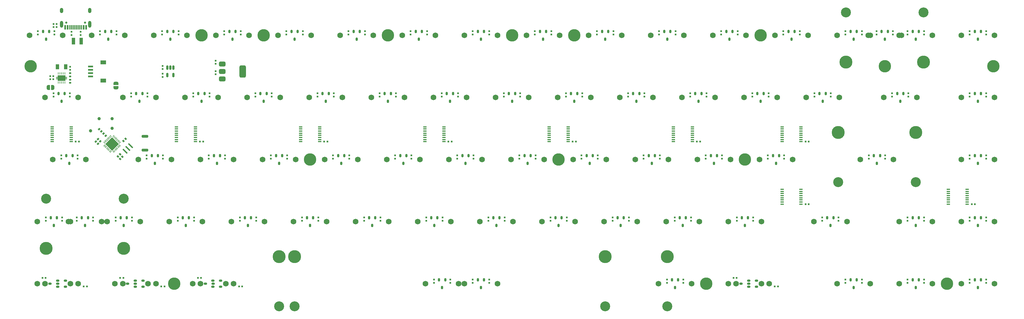
<source format=gbr>
%TF.GenerationSoftware,KiCad,Pcbnew,8.0.6*%
%TF.CreationDate,2024-11-20T11:04:22+07:00*%
%TF.ProjectId,Heart HE 65,48656172-7420-4484-9520-36352e6b6963,rev?*%
%TF.SameCoordinates,Original*%
%TF.FileFunction,Soldermask,Bot*%
%TF.FilePolarity,Negative*%
%FSLAX46Y46*%
G04 Gerber Fmt 4.6, Leading zero omitted, Abs format (unit mm)*
G04 Created by KiCad (PCBNEW 8.0.6) date 2024-11-20 11:04:22*
%MOMM*%
%LPD*%
G01*
G04 APERTURE LIST*
G04 Aperture macros list*
%AMRoundRect*
0 Rectangle with rounded corners*
0 $1 Rounding radius*
0 $2 $3 $4 $5 $6 $7 $8 $9 X,Y pos of 4 corners*
0 Add a 4 corners polygon primitive as box body*
4,1,4,$2,$3,$4,$5,$6,$7,$8,$9,$2,$3,0*
0 Add four circle primitives for the rounded corners*
1,1,$1+$1,$2,$3*
1,1,$1+$1,$4,$5*
1,1,$1+$1,$6,$7*
1,1,$1+$1,$8,$9*
0 Add four rect primitives between the rounded corners*
20,1,$1+$1,$2,$3,$4,$5,0*
20,1,$1+$1,$4,$5,$6,$7,0*
20,1,$1+$1,$6,$7,$8,$9,0*
20,1,$1+$1,$8,$9,$2,$3,0*%
%AMRotRect*
0 Rectangle, with rotation*
0 The origin of the aperture is its center*
0 $1 length*
0 $2 width*
0 $3 Rotation angle, in degrees counterclockwise*
0 Add horizontal line*
21,1,$1,$2,0,0,$3*%
%AMFreePoly0*
4,1,21,-0.125000,1.200000,0.125000,1.200000,0.125000,1.700000,0.375000,1.700000,0.375000,1.200000,0.825000,1.200000,0.825000,-1.200000,0.375000,-1.200000,0.375000,-1.700000,0.125000,-1.700000,0.125000,-1.200000,-0.125000,-1.200000,-0.125000,-1.700000,-0.375000,-1.700000,-0.375000,-1.200000,-0.825000,-1.200000,-0.825000,1.200000,-0.375000,1.200000,-0.375000,1.700000,-0.125000,1.700000,
-0.125000,1.200000,-0.125000,1.200000,$1*%
%AMFreePoly1*
4,1,19,0.500000,-0.750000,0.000000,-0.750000,0.000000,-0.744911,-0.071157,-0.744911,-0.207708,-0.704816,-0.327430,-0.627875,-0.420627,-0.520320,-0.479746,-0.390866,-0.500000,-0.250000,-0.500000,0.250000,-0.479746,0.390866,-0.420627,0.520320,-0.327430,0.627875,-0.207708,0.704816,-0.071157,0.744911,0.000000,0.744911,0.000000,0.750000,0.500000,0.750000,0.500000,-0.750000,0.500000,-0.750000,
$1*%
%AMFreePoly2*
4,1,19,0.000000,0.744911,0.071157,0.744911,0.207708,0.704816,0.327430,0.627875,0.420627,0.520320,0.479746,0.390866,0.500000,0.250000,0.500000,-0.250000,0.479746,-0.390866,0.420627,-0.520320,0.327430,-0.627875,0.207708,-0.704816,0.071157,-0.744911,0.000000,-0.744911,0.000000,-0.750000,-0.500000,-0.750000,-0.500000,0.750000,0.000000,0.750000,0.000000,0.744911,0.000000,0.744911,
$1*%
G04 Aperture macros list end*
%ADD10C,3.800000*%
%ADD11R,0.620000X0.560000*%
%ADD12RoundRect,0.200000X-0.800000X0.200000X-0.800000X-0.200000X0.800000X-0.200000X0.800000X0.200000X0*%
%ADD13RotRect,0.560000X0.620000X225.000000*%
%ADD14C,1.750000*%
%ADD15RoundRect,0.150000X-0.150000X0.350000X-0.150000X-0.350000X0.150000X-0.350000X0.150000X0.350000X0*%
%ADD16R,1.000000X0.400000*%
%ADD17RoundRect,0.375000X-0.625000X-0.375000X0.625000X-0.375000X0.625000X0.375000X-0.625000X0.375000X0*%
%ADD18RoundRect,0.500000X-0.500000X-1.400000X0.500000X-1.400000X0.500000X1.400000X-0.500000X1.400000X0*%
%ADD19C,1.000000*%
%ADD20R,0.560000X0.620000*%
%ADD21RotRect,0.400000X1.900000X225.000000*%
%ADD22RoundRect,0.150000X0.350000X0.150000X-0.350000X0.150000X-0.350000X-0.150000X0.350000X-0.150000X0*%
%ADD23C,3.987800*%
%ADD24C,3.048000*%
%ADD25RoundRect,0.050000X0.247487X-0.176777X-0.176777X0.247487X-0.247487X0.176777X0.176777X-0.247487X0*%
%ADD26RoundRect,0.050000X0.247487X0.176777X0.176777X0.247487X-0.247487X-0.176777X-0.176777X-0.247487X0*%
%ADD27RotRect,2.900000X2.900000X135.000000*%
%ADD28RotRect,0.560000X0.620000X315.000000*%
%ADD29RoundRect,0.060000X-0.060000X0.240000X-0.060000X-0.240000X0.060000X-0.240000X0.060000X0.240000X0*%
%ADD30FreePoly0,270.000000*%
%ADD31R,1.800000X1.200000*%
%ADD32R,1.550000X0.600000*%
%ADD33RotRect,0.560000X0.620000X135.000000*%
%ADD34R,1.000000X1.500000*%
%ADD35C,0.650000*%
%ADD36R,0.600000X1.450000*%
%ADD37R,0.300000X1.450000*%
%ADD38O,1.000000X1.600000*%
%ADD39O,1.000000X2.100000*%
%ADD40RoundRect,0.150000X-0.150000X0.512500X-0.150000X-0.512500X0.150000X-0.512500X0.150000X0.512500X0*%
%ADD41RoundRect,0.135000X-0.185000X0.135000X-0.185000X-0.135000X0.185000X-0.135000X0.185000X0.135000X0*%
%ADD42RoundRect,0.140000X0.170000X-0.140000X0.170000X0.140000X-0.170000X0.140000X-0.170000X-0.140000X0*%
%ADD43FreePoly1,270.000000*%
%ADD44FreePoly2,270.000000*%
%ADD45FreePoly1,0.000000*%
%ADD46FreePoly2,0.000000*%
%ADD47R,1.140000X2.030000*%
G04 APERTURE END LIST*
D10*
%TO.C,H11*%
X219075000Y0D03*
%TD*%
%TO.C,H13*%
X214312500Y-38100000D03*
%TD*%
%TO.C,H16*%
X290512500Y-9525000D03*
%TD*%
%TO.C,H14*%
X39290625Y-76200000D03*
%TD*%
%TO.C,H10*%
X161925000Y0D03*
%TD*%
%TO.C,H4*%
X80962500Y-38100000D03*
%TD*%
%TO.C,H18*%
X257175000Y-9525000D03*
%TD*%
%TO.C,H12*%
X-4762500Y-9525000D03*
%TD*%
%TO.C,H8*%
X142875000Y0D03*
%TD*%
%TO.C,H17*%
X276225000Y-76200000D03*
%TD*%
%TO.C,H9*%
X104775000Y0D03*
%TD*%
%TO.C,H15*%
X202406250Y-76200000D03*
%TD*%
%TO.C,H5*%
X66675000Y0D03*
%TD*%
%TO.C,H3*%
X47625000Y0D03*
%TD*%
%TO.C,H7*%
X157162500Y-38100000D03*
%TD*%
D11*
%TO.C,C33*%
X35600000Y270000D03*
X35600000Y1230000D03*
%TD*%
%TO.C,C73*%
X159662500Y-56880000D03*
X159662500Y-55920000D03*
%TD*%
%TO.C,C160*%
X264200000Y-75930000D03*
X264200000Y-74970000D03*
%TD*%
D12*
%TO.C,SW1*%
X30300000Y-31000000D03*
X30300000Y-35200000D03*
%TD*%
D11*
%TO.C,C60*%
X150137500Y-37830000D03*
X150137500Y-36870000D03*
%TD*%
D13*
%TO.C,C13*%
X22701357Y-36533623D03*
X22022535Y-37212445D03*
%TD*%
D14*
%TO.C,U25*%
X47942499Y-57150000D03*
X37782501Y-57150000D03*
D15*
X41912500Y-55995000D03*
X42862500Y-58345000D03*
X43812500Y-55995000D03*
%TD*%
D11*
%TO.C,C22*%
X21550000Y270000D03*
X21550000Y1230000D03*
%TD*%
D14*
%TO.C,U23*%
X52704999Y-19050000D03*
X42545001Y-19050000D03*
D15*
X46675000Y-17895000D03*
X47625000Y-20245000D03*
X48575000Y-17895000D03*
%TD*%
D16*
%TO.C,U56*%
X192362500Y-32635938D03*
X192362500Y-31985938D03*
X192362500Y-31335938D03*
X192362500Y-30685938D03*
X192362500Y-30035938D03*
X192362500Y-29385938D03*
X192362500Y-28735938D03*
X192362500Y-28085938D03*
X198162500Y-28085938D03*
X198162500Y-28735938D03*
X198162500Y-29385938D03*
X198162500Y-30035938D03*
X198162500Y-30685938D03*
X198162500Y-31335938D03*
X198162500Y-31985938D03*
X198162500Y-32635938D03*
%TD*%
D11*
%TO.C,C125*%
X126087500Y-37830000D03*
X126087500Y-36870000D03*
%TD*%
%TO.C,C23*%
X31075000Y-18780000D03*
X31075000Y-17820000D03*
%TD*%
D17*
%TO.C,U63*%
X54000000Y-13384344D03*
X54000000Y-11084344D03*
D18*
X60300000Y-11084344D03*
D17*
X54000000Y-8784344D03*
%TD*%
D19*
%TO.C,TP3*%
X13600000Y-29334344D03*
%TD*%
D11*
%TO.C,C18*%
X9643750Y-37830000D03*
X9643750Y-36870000D03*
%TD*%
%TO.C,C123*%
X164187500Y-37830000D03*
X164187500Y-36870000D03*
%TD*%
%TO.C,C17*%
X7262500Y-18780000D03*
X7262500Y-17820000D03*
%TD*%
D14*
%TO.C,U30*%
X76517499Y-38100000D03*
X66357501Y-38100000D03*
D15*
X70487500Y-36945000D03*
X71437500Y-39295000D03*
X72387500Y-36945000D03*
%TD*%
D11*
%TO.C,C105*%
X178475000Y-18780000D03*
X178475000Y-17820000D03*
%TD*%
%TO.C,C99*%
X121325000Y-18780000D03*
X121325000Y-17820000D03*
%TD*%
%TO.C,R3*%
X10550000Y115344D03*
X10550000Y1075344D03*
%TD*%
%TO.C,C122*%
X49887500Y-37830000D03*
X49887500Y-36870000D03*
%TD*%
%TO.C,C71*%
X183475000Y-18780000D03*
X183475000Y-17820000D03*
%TD*%
D20*
%TO.C,C3*%
X284838750Y-51785938D03*
X283878750Y-51785938D03*
%TD*%
D21*
%TO.C,Y1*%
X25897479Y-33903186D03*
X25048951Y-34751714D03*
X24200423Y-35600242D03*
%TD*%
D14*
%TO.C,U66*%
X190817499Y-38100000D03*
X180657501Y-38100000D03*
D15*
X184787500Y-36945000D03*
X185737500Y-39295000D03*
X186687500Y-36945000D03*
%TD*%
D11*
%TO.C,C44*%
X92750000Y270000D03*
X92750000Y1230000D03*
%TD*%
%TO.C,C19*%
X4881250Y-56880000D03*
X4881250Y-55920000D03*
%TD*%
D20*
%TO.C,C5*%
X124342500Y-32635938D03*
X123382500Y-32635938D03*
%TD*%
D14*
%TO.C,U75*%
X7461250Y-57150000D03*
X-2698750Y-57150000D03*
D15*
X1431250Y-55995000D03*
X2381250Y-58345000D03*
X3331250Y-55995000D03*
%TD*%
D11*
%TO.C,C24*%
X35837500Y-37830000D03*
X35837500Y-36870000D03*
%TD*%
D14*
%TO.C,U72*%
X209867499Y-38100000D03*
X199707501Y-38100000D03*
D15*
X203837500Y-36945000D03*
X204787500Y-39295000D03*
X205737500Y-36945000D03*
%TD*%
D11*
%TO.C,C117*%
X2262500Y-18780000D03*
X2262500Y-17820000D03*
%TD*%
%TO.C,C30*%
X54887500Y-37830000D03*
X54887500Y-36870000D03*
%TD*%
D14*
%TO.C,U79*%
X219392499Y-57150000D03*
X209232501Y-57150000D03*
D15*
X213362500Y-55995000D03*
X214312500Y-58345000D03*
X215262500Y-55995000D03*
%TD*%
D11*
%TO.C,C128*%
X68937500Y-37830000D03*
X68937500Y-36870000D03*
%TD*%
%TO.C,C56*%
X254675000Y270000D03*
X254675000Y1230000D03*
%TD*%
D16*
%TO.C,U45*%
X116162500Y-32635938D03*
X116162500Y-31985938D03*
X116162500Y-31335938D03*
X116162500Y-30685938D03*
X116162500Y-30035938D03*
X116162500Y-29385938D03*
X116162500Y-28735938D03*
X116162500Y-28085938D03*
X121962500Y-28085938D03*
X121962500Y-28735938D03*
X121962500Y-29385938D03*
X121962500Y-30035938D03*
X121962500Y-30685938D03*
X121962500Y-31335938D03*
X121962500Y-31985938D03*
X121962500Y-32635938D03*
%TD*%
D11*
%TO.C,C35*%
X69175000Y-18780000D03*
X69175000Y-17820000D03*
%TD*%
%TO.C,C36*%
X73937500Y-37830000D03*
X73937500Y-36870000D03*
%TD*%
D14*
%TO.C,U55*%
X143192499Y-57150000D03*
X133032501Y-57150000D03*
D15*
X137162500Y-55995000D03*
X138112500Y-58345000D03*
X139062500Y-55995000D03*
%TD*%
D11*
%TO.C,C58*%
X135850000Y270000D03*
X135850000Y1230000D03*
%TD*%
D14*
%TO.C,U82*%
X233679999Y0D03*
X223520001Y0D03*
D15*
X227650000Y1155000D03*
X228600000Y-1195000D03*
X229550000Y1155000D03*
%TD*%
D11*
%TO.C,C173*%
X269200000Y-75930000D03*
X269200000Y-74970000D03*
%TD*%
D14*
%TO.C,U77*%
X224154999Y-19050000D03*
X213995001Y-19050000D03*
D15*
X218125000Y-17895000D03*
X219075000Y-20245000D03*
X220025000Y-17895000D03*
%TD*%
D11*
%TO.C,C75*%
X245150000Y270000D03*
X245150000Y1230000D03*
%TD*%
D20*
%TO.C,C171*%
X60117500Y-77050000D03*
X59157500Y-77050000D03*
%TD*%
D11*
%TO.C,C129*%
X87987500Y-37830000D03*
X87987500Y-36870000D03*
%TD*%
D20*
%TO.C,C176*%
X224423750Y-77050000D03*
X223463750Y-77050000D03*
%TD*%
D11*
%TO.C,C127*%
X30837500Y-37830000D03*
X30837500Y-36870000D03*
%TD*%
D14*
%TO.C,U58*%
X157479999Y0D03*
X147320001Y0D03*
D15*
X151450000Y1155000D03*
X152400000Y-1195000D03*
X153350000Y1155000D03*
%TD*%
D14*
%TO.C,U31*%
X66992499Y-57150000D03*
X56832501Y-57150000D03*
D15*
X60962500Y-55995000D03*
X61912500Y-58345000D03*
X62862500Y-55995000D03*
%TD*%
D14*
%TO.C,U89*%
X267017500Y-19050000D03*
X256857500Y-19050000D03*
D15*
X260987500Y-17895000D03*
X261937500Y-20245000D03*
X262887500Y-17895000D03*
%TD*%
D14*
%TO.C,U92*%
X252729999Y-76200000D03*
X242570001Y-76200000D03*
D15*
X246700000Y-75045000D03*
X247650000Y-77395000D03*
X248600000Y-75045000D03*
%TD*%
D14*
%TO.C,U37*%
X86042499Y-57150000D03*
X75882501Y-57150000D03*
D15*
X80012500Y-55995000D03*
X80962500Y-58345000D03*
X81912500Y-55995000D03*
%TD*%
D14*
%TO.C,U18*%
X38417499Y-38100000D03*
X28257501Y-38100000D03*
D15*
X32387500Y-36945000D03*
X33337500Y-39295000D03*
X34287500Y-36945000D03*
%TD*%
D11*
%TO.C,C66*%
X169187500Y-37830000D03*
X169187500Y-36870000D03*
%TD*%
%TO.C,C141*%
X59412500Y-56880000D03*
X59412500Y-55920000D03*
%TD*%
D14*
%TO.C,U65*%
X186054999Y-19050000D03*
X175895001Y-19050000D03*
D15*
X180025000Y-17895000D03*
X180975000Y-20245000D03*
X181925000Y-17895000D03*
%TD*%
D11*
%TO.C,C72*%
X188237500Y-37830000D03*
X188237500Y-36870000D03*
%TD*%
%TO.C,C41*%
X88225000Y-18780000D03*
X88225000Y-17820000D03*
%TD*%
%TO.C,C95*%
X264437500Y-18780000D03*
X264437500Y-17820000D03*
%TD*%
D14*
%TO.C,U10*%
X5079999Y0D03*
X-5079999Y0D03*
D15*
X-950000Y1155000D03*
X0Y-1195000D03*
X950000Y1155000D03*
%TD*%
D11*
%TO.C,C34*%
X59650000Y270000D03*
X59650000Y1230000D03*
%TD*%
D20*
%TO.C,C155*%
X86242500Y-32635938D03*
X85282500Y-32635938D03*
%TD*%
%TO.C,C151*%
X233880000Y-32635938D03*
X232920000Y-32635938D03*
%TD*%
D14*
%TO.C,U26*%
X55086250Y-76200000D03*
X44926250Y-76200000D03*
D22*
X51161250Y-75250000D03*
X48811250Y-76200000D03*
X51161250Y-77150000D03*
%TD*%
D14*
%TO.C,U12*%
X12223750Y-38100000D03*
X2063750Y-38100000D03*
D15*
X6193750Y-36945000D03*
X7143750Y-39295000D03*
X8093750Y-36945000D03*
%TD*%
D11*
%TO.C,C28*%
X40600000Y270000D03*
X40600000Y1230000D03*
%TD*%
D14*
%TO.C,U83*%
X243204999Y-19050000D03*
X233045001Y-19050000D03*
D15*
X237175000Y-17895000D03*
X238125000Y-20245000D03*
X239075000Y-17895000D03*
%TD*%
D11*
%TO.C,C140*%
X135612500Y-56880000D03*
X135612500Y-55920000D03*
%TD*%
D14*
%TO.C,U101*%
X290829999Y-19050000D03*
X280670001Y-19050000D03*
D15*
X284800000Y-17895000D03*
X285750000Y-20245000D03*
X286700000Y-17895000D03*
%TD*%
D23*
%TO.C,U33*%
X23812500Y-65405000D03*
D24*
X23812500Y-50165000D03*
D14*
X16986250Y-57150000D03*
X6826250Y-57150000D03*
D23*
X0Y-65405000D03*
D24*
X0Y-50165000D03*
D15*
X10956250Y-55995000D03*
X11906250Y-58345000D03*
X12856250Y-55995000D03*
%TD*%
D11*
%TO.C,C96*%
X102275000Y-18780000D03*
X102275000Y-17820000D03*
%TD*%
D25*
%TO.C,U27*%
X22644788Y-33761764D03*
X22361945Y-34044607D03*
X22079103Y-34327449D03*
X21796260Y-34610292D03*
X21513417Y-34893135D03*
X21230574Y-35175978D03*
X20947732Y-35458820D03*
X20664889Y-35741663D03*
D26*
X19816361Y-35741663D03*
X19533518Y-35458820D03*
X19250676Y-35175978D03*
X18967833Y-34893135D03*
X18684990Y-34610292D03*
X18402147Y-34327449D03*
X18119305Y-34044607D03*
X17836462Y-33761764D03*
D25*
X17836462Y-32913236D03*
X18119305Y-32630393D03*
X18402147Y-32347551D03*
X18684990Y-32064708D03*
X18967833Y-31781865D03*
X19250676Y-31499022D03*
X19533518Y-31216180D03*
X19816361Y-30933337D03*
D26*
X20664889Y-30933337D03*
X20947732Y-31216180D03*
X21230574Y-31499022D03*
X21513417Y-31781865D03*
X21796260Y-32064708D03*
X22079103Y-32347551D03*
X22361945Y-32630393D03*
X22644788Y-32913236D03*
D27*
X20240625Y-33337500D03*
%TD*%
D11*
%TO.C,C43*%
X64412500Y-56880000D03*
X64412500Y-55920000D03*
%TD*%
D20*
%TO.C,C2*%
X10042500Y-32635938D03*
X9082500Y-32635938D03*
%TD*%
D11*
%TO.C,C184*%
X288250000Y-18780000D03*
X288250000Y-17820000D03*
%TD*%
%TO.C,C93*%
X26075000Y-18780000D03*
X26075000Y-17820000D03*
%TD*%
%TO.C,C130*%
X4643750Y-37830000D03*
X4643750Y-36870000D03*
%TD*%
D20*
%TO.C,C14*%
X1282500Y-13496875D03*
X2242500Y-13496875D03*
%TD*%
D11*
%TO.C,C89*%
X240625000Y-18780000D03*
X240625000Y-17820000D03*
%TD*%
D14*
%TO.C,U104*%
X290829999Y-76200000D03*
X280670001Y-76200000D03*
D15*
X284800000Y-75045000D03*
X285750000Y-77395000D03*
X286700000Y-75045000D03*
%TD*%
D11*
%TO.C,C177*%
X135850000Y-75930000D03*
X135850000Y-74970000D03*
%TD*%
%TO.C,C63*%
X149900000Y270000D03*
X149900000Y1230000D03*
%TD*%
%TO.C,C88*%
X231100000Y270000D03*
X231100000Y1230000D03*
%TD*%
D16*
%TO.C,U51*%
X154262500Y-32635938D03*
X154262500Y-31985938D03*
X154262500Y-31335938D03*
X154262500Y-30685938D03*
X154262500Y-30035938D03*
X154262500Y-29385938D03*
X154262500Y-28735938D03*
X154262500Y-28085938D03*
X160062500Y-28085938D03*
X160062500Y-28735938D03*
X160062500Y-29385938D03*
X160062500Y-30035938D03*
X160062500Y-30685938D03*
X160062500Y-31335938D03*
X160062500Y-31985938D03*
X160062500Y-32635938D03*
%TD*%
D14*
%TO.C,U17*%
X33654999Y-19050000D03*
X23495001Y-19050000D03*
D15*
X27625000Y-17895000D03*
X28575000Y-20245000D03*
X29525000Y-17895000D03*
%TD*%
D20*
%TO.C,C4*%
X233880000Y-51785938D03*
X232920000Y-51785938D03*
%TD*%
D11*
%TO.C,C37*%
X45362500Y-56880000D03*
X45362500Y-55920000D03*
%TD*%
D19*
%TO.C,TP4*%
X20240625Y-28537500D03*
%TD*%
D14*
%TO.C,U102*%
X290829999Y-38100000D03*
X280670001Y-38100000D03*
D15*
X284800000Y-36945000D03*
X285750000Y-39295000D03*
X286700000Y-36945000D03*
%TD*%
D11*
%TO.C,C137*%
X192762500Y-56880000D03*
X192762500Y-55920000D03*
%TD*%
%TO.C,C168*%
X14406250Y-56880000D03*
X14406250Y-55920000D03*
%TD*%
D23*
%TO.C,U3*%
X269081250Y-8255000D03*
D24*
X269081250Y6985000D03*
D14*
X262255000Y0D03*
X252095000Y0D03*
D23*
X245268750Y-8255000D03*
D24*
X245268750Y6985000D03*
D15*
X256225000Y1155000D03*
X257175000Y-1195000D03*
X258125000Y1155000D03*
%TD*%
D11*
%TO.C,C113*%
X252293750Y-37830000D03*
X252293750Y-36870000D03*
%TD*%
D28*
%TO.C,C10*%
X17638473Y-30169662D03*
X18317295Y-30848484D03*
%TD*%
D16*
%TO.C,U62*%
X225700000Y-32635938D03*
X225700000Y-31985938D03*
X225700000Y-31335938D03*
X225700000Y-30685938D03*
X225700000Y-30035938D03*
X225700000Y-29385938D03*
X225700000Y-28735938D03*
X225700000Y-28085938D03*
X231500000Y-28085938D03*
X231500000Y-28735938D03*
X231500000Y-29385938D03*
X231500000Y-30035938D03*
X231500000Y-30685938D03*
X231500000Y-31335938D03*
X231500000Y-31985938D03*
X231500000Y-32635938D03*
%TD*%
D11*
%TO.C,C52*%
X116800000Y270000D03*
X116800000Y1230000D03*
%TD*%
%TO.C,C51*%
X-2500000Y270000D03*
X-2500000Y1230000D03*
%TD*%
%TO.C,C85*%
X197762500Y-56880000D03*
X197762500Y-55920000D03*
%TD*%
%TO.C,C31*%
X26312500Y-56880000D03*
X26312500Y-55920000D03*
%TD*%
%TO.C,C124*%
X145137500Y-37830000D03*
X145137500Y-36870000D03*
%TD*%
%TO.C,C118*%
X283250000Y-37830000D03*
X283250000Y-36870000D03*
%TD*%
D14*
%TO.C,U34*%
X81279999Y0D03*
X71120001Y0D03*
D15*
X75250000Y1155000D03*
X76200000Y-1195000D03*
X77150000Y1155000D03*
%TD*%
D14*
%TO.C,U35*%
X90804999Y-19050000D03*
X80645001Y-19050000D03*
D15*
X84775000Y-17895000D03*
X85725000Y-20245000D03*
X86675000Y-17895000D03*
%TD*%
D11*
%TO.C,C53*%
X126325000Y-18780000D03*
X126325000Y-17820000D03*
%TD*%
%TO.C,C80*%
X226100000Y270000D03*
X226100000Y1230000D03*
%TD*%
%TO.C,C107*%
X243006250Y-56880000D03*
X243006250Y-55920000D03*
%TD*%
%TO.C,C139*%
X154662500Y-56880000D03*
X154662500Y-55920000D03*
%TD*%
D20*
%TO.C,C6*%
X48142500Y-32635938D03*
X47182500Y-32635938D03*
%TD*%
D11*
%TO.C,C7*%
X7362500Y-9616875D03*
X7362500Y-10576875D03*
%TD*%
%TO.C,C143*%
X97512500Y-56880000D03*
X97512500Y-55920000D03*
%TD*%
%TO.C,C111*%
X197525000Y-18780000D03*
X197525000Y-17820000D03*
%TD*%
D14*
%TO.C,U6*%
X57467500Y-76200000D03*
X47307500Y-76200000D03*
D22*
X53542500Y-75250000D03*
X51192500Y-76200000D03*
X53542500Y-77150000D03*
%TD*%
D11*
%TO.C,C76*%
X193000000Y270000D03*
X193000000Y1230000D03*
%TD*%
D29*
%TO.C,U85*%
X3762500Y-11696875D03*
X4262500Y-11696875D03*
X4762500Y-11696875D03*
X5262500Y-11696875D03*
X5762500Y-11696875D03*
X5762500Y-14496875D03*
X5262500Y-14496875D03*
X4762500Y-14496875D03*
X4262500Y-14496875D03*
X3762500Y-14496875D03*
D30*
X4762500Y-13096875D03*
%TD*%
D20*
%TO.C,C169*%
X12492500Y-77050000D03*
X11532500Y-77050000D03*
%TD*%
D11*
%TO.C,C45*%
X111800000Y270000D03*
X111800000Y1230000D03*
%TD*%
%TO.C,C67*%
X140612500Y-56880000D03*
X140612500Y-55920000D03*
%TD*%
%TO.C,C109*%
X288250000Y-56880000D03*
X288250000Y-55920000D03*
%TD*%
%TO.C,C133*%
X40362500Y-56880000D03*
X40362500Y-55920000D03*
%TD*%
D16*
%TO.C,U74*%
X276658750Y-51785938D03*
X276658750Y-51135938D03*
X276658750Y-50485938D03*
X276658750Y-49835938D03*
X276658750Y-49185938D03*
X276658750Y-48535938D03*
X276658750Y-47885938D03*
X276658750Y-47235938D03*
X282458750Y-47235938D03*
X282458750Y-47885938D03*
X282458750Y-48535938D03*
X282458750Y-49185938D03*
X282458750Y-49835938D03*
X282458750Y-50485938D03*
X282458750Y-51135938D03*
X282458750Y-51785938D03*
%TD*%
D11*
%TO.C,C29*%
X50125000Y-18780000D03*
X50125000Y-17820000D03*
%TD*%
D14*
%TO.C,U36*%
X95567499Y-38100000D03*
X85407501Y-38100000D03*
D15*
X89537500Y-36945000D03*
X90487500Y-39295000D03*
X91437500Y-36945000D03*
%TD*%
D14*
%TO.C,U70*%
X195579999Y0D03*
X185420001Y0D03*
D15*
X189550000Y1155000D03*
X190500000Y-1195000D03*
X191450000Y1155000D03*
%TD*%
D14*
%TO.C,U8*%
X219392500Y-76200000D03*
X209232500Y-76200000D03*
D22*
X215467500Y-75250000D03*
X213117500Y-76200000D03*
X215467500Y-77150000D03*
%TD*%
D11*
%TO.C,C86*%
X283250000Y270000D03*
X283250000Y1230000D03*
%TD*%
D14*
%TO.C,U43*%
X105092499Y-57150000D03*
X94932501Y-57150000D03*
D15*
X99062500Y-55995000D03*
X100012500Y-58345000D03*
X100962500Y-55995000D03*
%TD*%
D14*
%TO.C,U15*%
X197961250Y-76200000D03*
X187801250Y-76200000D03*
D15*
X191931250Y-75045000D03*
X192881250Y-77395000D03*
X193831250Y-75045000D03*
%TD*%
D11*
%TO.C,R2*%
X7799999Y115344D03*
X7799999Y1075344D03*
%TD*%
%TO.C,C79*%
X178712500Y-56880000D03*
X178712500Y-55920000D03*
%TD*%
D14*
%TO.C,U103*%
X290829999Y-57150000D03*
X280670001Y-57150000D03*
D15*
X284800000Y-55995000D03*
X285750000Y-58345000D03*
X286700000Y-55995000D03*
%TD*%
D14*
%TO.C,U52*%
X138429999Y0D03*
X128270001Y0D03*
D15*
X132400000Y1155000D03*
X133350000Y-1195000D03*
X134300000Y1155000D03*
%TD*%
D14*
%TO.C,U97*%
X271779999Y-57150000D03*
X261620001Y-57150000D03*
D15*
X265750000Y-55995000D03*
X266700000Y-58345000D03*
X267650000Y-55995000D03*
%TD*%
D14*
%TO.C,U22*%
X43179999Y0D03*
X33020001Y0D03*
D15*
X37150000Y1155000D03*
X38100000Y-1195000D03*
X39050000Y1155000D03*
%TD*%
D11*
%TO.C,C97*%
X216812500Y-56880000D03*
X216812500Y-55920000D03*
%TD*%
D14*
%TO.C,U5*%
X33655000Y-76200000D03*
X23495000Y-76200000D03*
D22*
X29730000Y-75250000D03*
X27380000Y-76200000D03*
X29730000Y-77150000D03*
%TD*%
D14*
%TO.C,U67*%
X181292499Y-57150000D03*
X171132501Y-57150000D03*
D15*
X175262500Y-55995000D03*
X176212500Y-58345000D03*
X177162500Y-55995000D03*
%TD*%
D11*
%TO.C,C126*%
X107037500Y-37830000D03*
X107037500Y-36870000D03*
%TD*%
D14*
%TO.C,U54*%
X152717499Y-38100000D03*
X142557501Y-38100000D03*
D15*
X146687500Y-36945000D03*
X147637500Y-39295000D03*
X148587500Y-36945000D03*
%TD*%
D14*
%TO.C,U53*%
X147954999Y-19050000D03*
X137795001Y-19050000D03*
D15*
X141925000Y-17895000D03*
X142875000Y-20245000D03*
X143825000Y-17895000D03*
%TD*%
D11*
%TO.C,C64*%
X154900000Y270000D03*
X154900000Y1230000D03*
%TD*%
D14*
%TO.C,U29*%
X71754999Y-19050000D03*
X61595001Y-19050000D03*
D15*
X65725000Y-17895000D03*
X66675000Y-20245000D03*
X67625000Y-17895000D03*
%TD*%
D11*
%TO.C,C49*%
X83462500Y-56880000D03*
X83462500Y-55920000D03*
%TD*%
%TO.C,C82*%
X212050000Y270000D03*
X212050000Y1230000D03*
%TD*%
%TO.C,C138*%
X173712500Y-56880000D03*
X173712500Y-55920000D03*
%TD*%
D31*
%TO.C,J2*%
X17513610Y-8284344D03*
X17513610Y-13884344D03*
D32*
X13638610Y-9584344D03*
X13638611Y-10584344D03*
X13638611Y-11584344D03*
X13638610Y-12584344D03*
%TD*%
D14*
%TO.C,U14*%
X7461250Y-76200000D03*
X-2698750Y-76200000D03*
D22*
X3536250Y-75250000D03*
X1186250Y-76200000D03*
X3536250Y-77150000D03*
%TD*%
D11*
%TO.C,C55*%
X102512500Y-56880000D03*
X102512500Y-55920000D03*
%TD*%
%TO.C,C116*%
X283250000Y-18780000D03*
X283250000Y-17820000D03*
%TD*%
%TO.C,C38*%
X54650000Y270000D03*
X54650000Y1230000D03*
%TD*%
D14*
%TO.C,U40*%
X100329999Y0D03*
X90170001Y0D03*
D15*
X94300000Y1155000D03*
X95250000Y-1195000D03*
X96200000Y1155000D03*
%TD*%
D20*
%TO.C,C158*%
X210832500Y-74450000D03*
X211792500Y-74450000D03*
%TD*%
D33*
%TO.C,R35*%
X16620238Y-32545540D03*
X15941416Y-31866718D03*
%TD*%
D11*
%TO.C,C46*%
X97750000Y270000D03*
X97750000Y1230000D03*
%TD*%
%TO.C,C69*%
X188000000Y270000D03*
X188000000Y1230000D03*
%TD*%
D20*
%TO.C,C149*%
X46526250Y-74450000D03*
X47486250Y-74450000D03*
%TD*%
%TO.C,C1*%
X3230000Y2499999D03*
X2270000Y2499999D03*
%TD*%
D11*
%TO.C,C74*%
X207050000Y270000D03*
X207050000Y1230000D03*
%TD*%
D16*
%TO.C,U2*%
X1862500Y-32635938D03*
X1862500Y-31985938D03*
X1862500Y-31335938D03*
X1862500Y-30685938D03*
X1862500Y-30035938D03*
X1862500Y-29385938D03*
X1862500Y-28735938D03*
X1862500Y-28085938D03*
X7662500Y-28085938D03*
X7662500Y-28735938D03*
X7662500Y-29385938D03*
X7662500Y-30035938D03*
X7662500Y-30685938D03*
X7662500Y-31335938D03*
X7662500Y-31985938D03*
X7662500Y-32635938D03*
%TD*%
D11*
%TO.C,C163*%
X130850000Y-75930000D03*
X130850000Y-74970000D03*
%TD*%
%TO.C,C32*%
X35700000Y-11804344D03*
X35700000Y-12764344D03*
%TD*%
D14*
%TO.C,U47*%
X128904999Y-19050000D03*
X118745001Y-19050000D03*
D15*
X122875000Y-17895000D03*
X123825000Y-20245000D03*
X124775000Y-17895000D03*
%TD*%
D11*
%TO.C,C112*%
X216575000Y-18780000D03*
X216575000Y-17820000D03*
%TD*%
%TO.C,C68*%
X168950000Y270000D03*
X168950000Y1230000D03*
%TD*%
%TO.C,C27*%
X16550000Y270000D03*
X16550000Y1230000D03*
%TD*%
D20*
%TO.C,R1*%
X3230000Y3499999D03*
X2270000Y3499999D03*
%TD*%
D14*
%TO.C,U71*%
X205104999Y-19050000D03*
X194945001Y-19050000D03*
D15*
X199075000Y-17895000D03*
X200025000Y-20245000D03*
X200975000Y-17895000D03*
%TD*%
D11*
%TO.C,C94*%
X250150000Y270000D03*
X250150000Y1230000D03*
%TD*%
%TO.C,C15*%
X259675000Y270000D03*
X259675000Y1230000D03*
%TD*%
D34*
%TO.C,L1*%
X6012500Y-9696875D03*
X3512500Y-9696875D03*
%TD*%
D11*
%TO.C,C142*%
X78462500Y-56880000D03*
X78462500Y-55920000D03*
%TD*%
D20*
%TO.C,C20*%
X1282500Y-12496875D03*
X2242500Y-12496875D03*
%TD*%
D14*
%TO.C,U80*%
X28892499Y-57150000D03*
X18732501Y-57150000D03*
D15*
X22862500Y-55995000D03*
X23812500Y-58345000D03*
X24762500Y-55995000D03*
%TD*%
D35*
%TO.C,USB1*%
X6160000Y3931000D03*
X11940000Y3931000D03*
D36*
X5825000Y2486000D03*
X6600000Y2486000D03*
D37*
X7300000Y2486000D03*
X7800000Y2486000D03*
X8300000Y2486000D03*
X8800000Y2486000D03*
X9300000Y2486000D03*
X9800000Y2486000D03*
X10300000Y2486000D03*
X10800000Y2486000D03*
D36*
X11500000Y2486000D03*
X12275000Y2486000D03*
D38*
X4730000Y7581000D03*
D39*
X4730000Y3401000D03*
D38*
X13370000Y7581000D03*
D39*
X13370000Y3401000D03*
%TD*%
D11*
%TO.C,C90*%
X257293750Y-37830000D03*
X257293750Y-36870000D03*
%TD*%
%TO.C,C114*%
X235625000Y-18780000D03*
X235625000Y-17820000D03*
%TD*%
D14*
%TO.C,U100*%
X290829999Y0D03*
X280670001Y0D03*
D15*
X284800000Y1155000D03*
X285750000Y-1195000D03*
X286700000Y1155000D03*
%TD*%
D40*
%TO.C,U19*%
X37150000Y-9946844D03*
X38100000Y-9946844D03*
X39050000Y-9946844D03*
X39050000Y-12221844D03*
X37150000Y-12221844D03*
%TD*%
D14*
%TO.C,U28*%
X62229999Y0D03*
X52070001Y0D03*
D15*
X56200000Y1155000D03*
X57150000Y-1195000D03*
X58100000Y1155000D03*
%TD*%
D11*
%TO.C,C172*%
X250150000Y-75930000D03*
X250150000Y-74970000D03*
%TD*%
%TO.C,C92*%
X83225000Y-18780000D03*
X83225000Y-17820000D03*
%TD*%
%TO.C,C101*%
X140375000Y-18780000D03*
X140375000Y-17820000D03*
%TD*%
D14*
%TO.C,U94*%
X271779999Y0D03*
X261620001Y0D03*
D15*
X265750000Y1155000D03*
X266700000Y-1195000D03*
X267650000Y1155000D03*
%TD*%
D14*
%TO.C,U42*%
X114617499Y-38100000D03*
X104457501Y-38100000D03*
D15*
X108587500Y-36945000D03*
X109537500Y-39295000D03*
X110487500Y-36945000D03*
%TD*%
D11*
%TO.C,C59*%
X145375000Y-18780000D03*
X145375000Y-17820000D03*
%TD*%
D16*
%TO.C,U38*%
X78062500Y-32635938D03*
X78062500Y-31985938D03*
X78062500Y-31335938D03*
X78062500Y-30685938D03*
X78062500Y-30035938D03*
X78062500Y-29385938D03*
X78062500Y-28735938D03*
X78062500Y-28085938D03*
X83862500Y-28085938D03*
X83862500Y-28735938D03*
X83862500Y-29385938D03*
X83862500Y-30035938D03*
X83862500Y-30685938D03*
X83862500Y-31335938D03*
X83862500Y-31985938D03*
X83862500Y-32635938D03*
%TD*%
D14*
%TO.C,U4*%
X9842500Y-76200000D03*
X-317500Y-76200000D03*
D22*
X5917500Y-75250000D03*
X3567500Y-76200000D03*
X5917500Y-77150000D03*
%TD*%
D14*
%TO.C,U91*%
X245586250Y-57150000D03*
X235426250Y-57150000D03*
D15*
X239556250Y-55995000D03*
X240506250Y-58345000D03*
X241456250Y-55995000D03*
%TD*%
D14*
%TO.C,U11*%
X9842500Y-19050000D03*
X-317500Y-19050000D03*
D15*
X3812500Y-17895000D03*
X4762500Y-20245000D03*
X5712500Y-17895000D03*
%TD*%
D11*
%TO.C,C40*%
X78700000Y270000D03*
X78700000Y1230000D03*
%TD*%
%TO.C,C132*%
X-118750Y-56880000D03*
X-118750Y-55920000D03*
%TD*%
D19*
%TO.C,TP1*%
X16240625Y-25537500D03*
%TD*%
D11*
%TO.C,C108*%
X269200000Y-56880000D03*
X269200000Y-55920000D03*
%TD*%
%TO.C,C78*%
X207287500Y-37830000D03*
X207287500Y-36870000D03*
%TD*%
%TO.C,C100*%
X269200000Y270000D03*
X269200000Y1230000D03*
%TD*%
%TO.C,C144*%
X116562500Y-56880000D03*
X116562500Y-55920000D03*
%TD*%
D16*
%TO.C,U32*%
X39962500Y-32635938D03*
X39962500Y-31985938D03*
X39962500Y-31335938D03*
X39962500Y-30685938D03*
X39962500Y-30035938D03*
X39962500Y-29385938D03*
X39962500Y-28735938D03*
X39962500Y-28085938D03*
X45762500Y-28085938D03*
X45762500Y-28735938D03*
X45762500Y-29385938D03*
X45762500Y-30035938D03*
X45762500Y-30685938D03*
X45762500Y-31335938D03*
X45762500Y-31985938D03*
X45762500Y-32635938D03*
%TD*%
D14*
%TO.C,U73*%
X200342499Y-57150000D03*
X190182501Y-57150000D03*
D15*
X194312500Y-55995000D03*
X195262500Y-58345000D03*
X196212500Y-55995000D03*
%TD*%
D23*
%TO.C,U84*%
X266700001Y-29845000D03*
D24*
X266700000Y-45085000D03*
D14*
X259873749Y-38100000D03*
X249713751Y-38100000D03*
D24*
X242887500Y-45085000D03*
D23*
X242887499Y-29845000D03*
D15*
X253843750Y-36945000D03*
X254793750Y-39295000D03*
X255743750Y-36945000D03*
%TD*%
D14*
%TO.C,U41*%
X109854999Y-19050000D03*
X99695001Y-19050000D03*
D15*
X103825000Y-17895000D03*
X104775000Y-20245000D03*
X105725000Y-17895000D03*
%TD*%
D14*
%TO.C,U48*%
X133667499Y-38100000D03*
X123507501Y-38100000D03*
D15*
X127637500Y-36945000D03*
X128587500Y-39295000D03*
X129537500Y-36945000D03*
%TD*%
D11*
%TO.C,C57*%
X130850000Y270000D03*
X130850000Y1230000D03*
%TD*%
%TO.C,C65*%
X164425000Y-18780000D03*
X164425000Y-17820000D03*
%TD*%
D14*
%TO.C,U60*%
X171767499Y-38100000D03*
X161607501Y-38100000D03*
D15*
X165737500Y-36945000D03*
X166687500Y-39295000D03*
X167637500Y-36945000D03*
%TD*%
D20*
%TO.C,C147*%
X-1098750Y-74450000D03*
X-138750Y-74450000D03*
%TD*%
D11*
%TO.C,C174*%
X288250000Y-75930000D03*
X288250000Y-74970000D03*
%TD*%
D20*
%TO.C,C170*%
X36305000Y-77050000D03*
X35345000Y-77050000D03*
%TD*%
D11*
%TO.C,C25*%
X51950000Y-11964344D03*
X51950000Y-11004344D03*
%TD*%
D14*
%TO.C,U64*%
X176529999Y0D03*
X166370001Y0D03*
D15*
X170500000Y1155000D03*
X171450000Y-1195000D03*
X172400000Y1155000D03*
%TD*%
D20*
%TO.C,C154*%
X162442500Y-32635938D03*
X161482500Y-32635938D03*
%TD*%
D24*
%TO.C,U7*%
X190500000Y-83185000D03*
D23*
X190500000Y-67945000D03*
D14*
X138430000Y-76200000D03*
X128270000Y-76200000D03*
D24*
X76200000Y-83185000D03*
D23*
X76200000Y-67945000D03*
D15*
X132400000Y-75045000D03*
X133350000Y-77395000D03*
X134300000Y-75045000D03*
%TD*%
D14*
%TO.C,U59*%
X167004999Y-19050000D03*
X156845001Y-19050000D03*
D15*
X160975000Y-17895000D03*
X161925000Y-20245000D03*
X162875000Y-17895000D03*
%TD*%
D11*
%TO.C,C70*%
X173950000Y270000D03*
X173950000Y1230000D03*
%TD*%
%TO.C,C119*%
X221337500Y-37830000D03*
X221337500Y-36870000D03*
%TD*%
D16*
%TO.C,U69*%
X225700000Y-51785938D03*
X225700000Y-51135938D03*
X225700000Y-50485938D03*
X225700000Y-49835938D03*
X225700000Y-49185938D03*
X225700000Y-48535938D03*
X225700000Y-47885938D03*
X225700000Y-47235938D03*
X231500000Y-47235938D03*
X231500000Y-47885938D03*
X231500000Y-48535938D03*
X231500000Y-49185938D03*
X231500000Y-49835938D03*
X231500000Y-50485938D03*
X231500000Y-51135938D03*
X231500000Y-51785938D03*
%TD*%
D14*
%TO.C,U78*%
X228917499Y-38100000D03*
X218757501Y-38100000D03*
D15*
X222887500Y-36945000D03*
X223837500Y-39295000D03*
X224787500Y-36945000D03*
%TD*%
D11*
%TO.C,C131*%
X9406250Y-56880000D03*
X9406250Y-55920000D03*
%TD*%
D13*
%TO.C,C11*%
X23393435Y-37225702D03*
X22714613Y-37904524D03*
%TD*%
D14*
%TO.C,U16*%
X24129999Y0D03*
X13970001Y0D03*
D15*
X18100000Y1155000D03*
X19050000Y-1195000D03*
X20000000Y1155000D03*
%TD*%
D11*
%TO.C,C77*%
X202525000Y-18780000D03*
X202525000Y-17820000D03*
%TD*%
%TO.C,C157*%
X190381250Y-75930000D03*
X190381250Y-74970000D03*
%TD*%
%TO.C,C16*%
X2500000Y270000D03*
X2500000Y1230000D03*
%TD*%
%TO.C,C83*%
X221575000Y-18780000D03*
X221575000Y-17820000D03*
%TD*%
D41*
%TO.C,R113*%
X7362500Y-11586875D03*
X7362500Y-12606875D03*
%TD*%
D11*
%TO.C,C87*%
X45125000Y-18780000D03*
X45125000Y-17820000D03*
%TD*%
%TO.C,C106*%
X288250000Y270000D03*
X288250000Y1230000D03*
%TD*%
%TO.C,C39*%
X73700000Y270000D03*
X73700000Y1230000D03*
%TD*%
%TO.C,C146*%
X21312500Y-56880000D03*
X21312500Y-55920000D03*
%TD*%
%TO.C,C26*%
X35700000Y-10364344D03*
X35700000Y-9404344D03*
%TD*%
%TO.C,C54*%
X131087500Y-37830000D03*
X131087500Y-36870000D03*
%TD*%
%TO.C,C136*%
X211812500Y-56880000D03*
X211812500Y-55920000D03*
%TD*%
%TO.C,C102*%
X159425000Y-18780000D03*
X159425000Y-17820000D03*
%TD*%
%TO.C,C47*%
X107275000Y-18780000D03*
X107275000Y-17820000D03*
%TD*%
%TO.C,C153*%
X118943750Y-75930000D03*
X118943750Y-74970000D03*
%TD*%
%TO.C,C185*%
X288250000Y-37830000D03*
X288250000Y-36870000D03*
%TD*%
D42*
%TO.C,C165*%
X7362500Y-14576875D03*
X7362500Y-13616875D03*
%TD*%
D14*
%TO.C,U88*%
X252729999Y0D03*
X242570001Y0D03*
D15*
X246700000Y1155000D03*
X247650000Y-1195000D03*
X248600000Y1155000D03*
%TD*%
D43*
%TO.C,JP1*%
X21425000Y-14750000D03*
D44*
X21425000Y-16050000D03*
%TD*%
D14*
%TO.C,U49*%
X124142499Y-57150000D03*
X113982501Y-57150000D03*
D15*
X118112500Y-55995000D03*
X119062500Y-58345000D03*
X120012500Y-55995000D03*
%TD*%
D14*
%TO.C,U20*%
X31273750Y-76200000D03*
X21113750Y-76200000D03*
D22*
X27348750Y-75250000D03*
X24998750Y-76200000D03*
X27348750Y-77150000D03*
%TD*%
D11*
%TO.C,C134*%
X238006250Y-56880000D03*
X238006250Y-55920000D03*
%TD*%
D20*
%TO.C,C152*%
X200542500Y-32635938D03*
X199582500Y-32635938D03*
%TD*%
D14*
%TO.C,U61*%
X162242499Y-57150000D03*
X152082501Y-57150000D03*
D15*
X156212500Y-55995000D03*
X157162500Y-58345000D03*
X158112500Y-55995000D03*
%TD*%
D24*
%TO.C,U44*%
X171443650Y-83185000D03*
D23*
X171443650Y-67945000D03*
D14*
X126523750Y-76200000D03*
X116363750Y-76200000D03*
D24*
X71443850Y-83185000D03*
D23*
X71443850Y-67945000D03*
D15*
X120493750Y-75045000D03*
X121443750Y-77395000D03*
X122393750Y-75045000D03*
%TD*%
D11*
%TO.C,C81*%
X264200000Y270000D03*
X264200000Y1230000D03*
%TD*%
D14*
%TO.C,U46*%
X119379999Y0D03*
X109220001Y0D03*
D15*
X113350000Y1155000D03*
X114300000Y-1195000D03*
X115250000Y1155000D03*
%TD*%
D13*
%TO.C,C9*%
X24398413Y-31725297D03*
X23719591Y-32404119D03*
%TD*%
D14*
%TO.C,U76*%
X214629999Y0D03*
X204470001Y0D03*
D15*
X208600000Y1155000D03*
X209550000Y-1195000D03*
X210500000Y1155000D03*
%TD*%
D45*
%TO.C,JP2*%
X700000Y-16000000D03*
D46*
X2000000Y-16000000D03*
%TD*%
D14*
%TO.C,U98*%
X271779999Y-76200000D03*
X261620001Y-76200000D03*
D15*
X265750000Y-75045000D03*
X266700000Y-77395000D03*
X267650000Y-75045000D03*
%TD*%
D20*
%TO.C,C148*%
X22713750Y-74450000D03*
X23673750Y-74450000D03*
%TD*%
D11*
%TO.C,C91*%
X64175000Y-18780000D03*
X64175000Y-17820000D03*
%TD*%
%TO.C,C159*%
X245150000Y-75930000D03*
X245150000Y-74970000D03*
%TD*%
D14*
%TO.C,U21*%
X221773750Y-76200000D03*
X211613750Y-76200000D03*
D22*
X217848750Y-75250000D03*
X215498750Y-76200000D03*
X217848750Y-77150000D03*
%TD*%
D11*
%TO.C,C178*%
X123943750Y-75930000D03*
X123943750Y-74970000D03*
%TD*%
%TO.C,C175*%
X195381250Y-75930000D03*
X195381250Y-74970000D03*
%TD*%
%TO.C,C121*%
X183237500Y-37830000D03*
X183237500Y-36870000D03*
%TD*%
D19*
%TO.C,TP2*%
X20240625Y-25537500D03*
%TD*%
D11*
%TO.C,C61*%
X121562500Y-56880000D03*
X121562500Y-55920000D03*
%TD*%
D47*
%TO.C,F1*%
X8350000Y-1819000D03*
X10750000Y-1819000D03*
%TD*%
D11*
%TO.C,C84*%
X226337500Y-37830000D03*
X226337500Y-36870000D03*
%TD*%
D33*
%TO.C,R30*%
X15913132Y-33252647D03*
X15234310Y-32573825D03*
%TD*%
D11*
%TO.C,C145*%
X283250000Y-56880000D03*
X283250000Y-55920000D03*
%TD*%
D28*
%TO.C,C8*%
X16260589Y-28760589D03*
X16939411Y-29439411D03*
%TD*%
D11*
%TO.C,C161*%
X283250000Y-75930000D03*
X283250000Y-74970000D03*
%TD*%
D14*
%TO.C,U24*%
X57467499Y-38100000D03*
X47307501Y-38100000D03*
D15*
X51437500Y-36945000D03*
X52387500Y-39295000D03*
X53337500Y-36945000D03*
%TD*%
D11*
%TO.C,C135*%
X264200000Y-56880000D03*
X264200000Y-55920000D03*
%TD*%
%TO.C,C42*%
X92987500Y-37830000D03*
X92987500Y-36870000D03*
%TD*%
%TO.C,C48*%
X112037500Y-37830000D03*
X112037500Y-36870000D03*
%TD*%
%TO.C,C21*%
X51950000Y-7804344D03*
X51950000Y-8764344D03*
%TD*%
%TO.C,C120*%
X202287500Y-37830000D03*
X202287500Y-36870000D03*
%TD*%
%TO.C,C115*%
X259437500Y-18780000D03*
X259437500Y-17820000D03*
%TD*%
M02*

</source>
